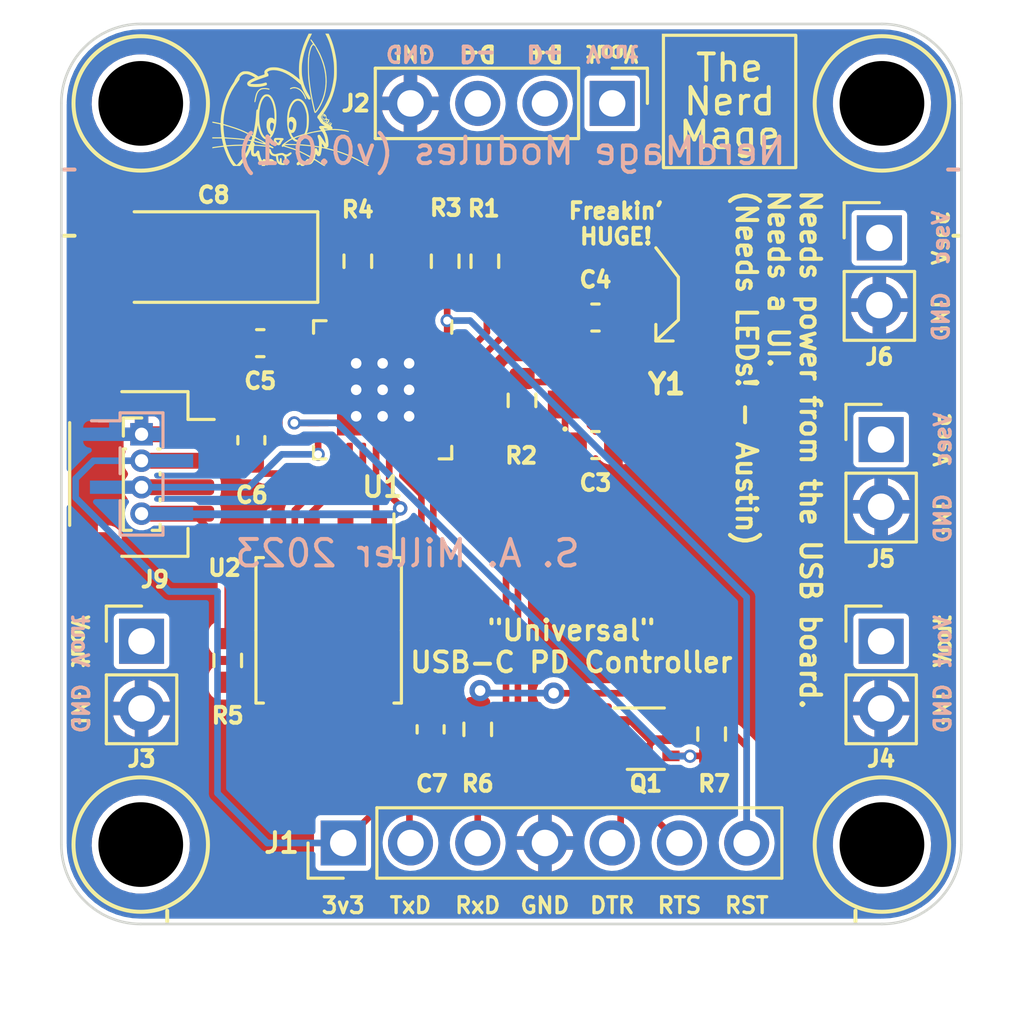
<source format=kicad_pcb>
(kicad_pcb (version 20211014) (generator pcbnew)
  (title_block (title "USB-C PD Controller") (rev "0.0.1") (company "The Nerd Mage"))
  (layers (0 "F.Cu" signal) (31 "B.Cu" signal) (34 "B.Paste" user) (35 "F.Paste" user) (36 "B.SilkS" user "B.Silkscreen") (37 "F.SilkS" user "F.Silkscreen") (38 "B.Mask" user) (39 "F.Mask" user) (44 "Edge.Cuts" user))
  (net 0 "")
  (net 1 "SCL")
  (net 2 "SDA")
  (net 3 "GND")
  (net 4 "/eXo")
  (net 5 "/eXi")
  (net 6 "+3V3")
  (net 7 "Net-(R1-Pad2)")
  (net 8 "RST")
  (net 9 "Net-(R4-Pad1)")
  (net 10 "Net-(R5-Pad2)")
  (net 11 "IO11")
  (net 12 "IO7")
  (net 13 "IO10")
  (net 14 "IO8")
  (net 15 "IO9")
  (net 16 "Net-(C1-Pad1)")
  (net 18 "ADC")
  (net 19 "IO16")
  (net 20 "IO14")
  (net 21 "IO12")
  (net 22 "IO13")
  (net 23 "IO15")
  (net 24 "IO2")
  (net 25 "IO0")
  (net 26 "IO5")
  (net 27 "IO3")
  (net 28 "IO1")
  (net 29 "/DTR")
  (net 30 "/RTS")
  (footprint "Tinker:Mount" (layer "F.Cu") (at 114 101)
    (fp_text reference "REF**" hide)
    (fp_text value "Mount" hide)
    (pad "" np_thru_hole circle (at 0 0) (size 3.2 3.2) (drill 3.2) (layers *.Mask))
  )
  (footprint "Capacitor_SMD:C_0603_1608Metric" (layer "F.Cu") (at 103.177957 81.090217)
    (fp_text reference "C4" (at 0 -1.43) (layer "F.SilkS") (effects (font (size 0.6 0.6))))
    (fp_text value "10pf")
    (pad "1" smd roundrect (at -0.775 0) (size 0.9 0.95) (layers "F.Cu" "F.Paste" "F.Mask") (net 3 "GND"))
    (pad "2" smd roundrect (at 0.775 0) (size 0.9 0.95) (layers "F.Cu" "F.Paste" "F.Mask") (net 5 "/eXi"))
  )
  (footprint "Resistor_SMD:R_0603_1608Metric" (layer "F.Cu") (at 98.73 96.647153 90)
    (fp_text reference "R6" (at -2.052847 0) (layer "F.SilkS") (effects (font (size 0.6 0.6))))
    (fp_text value "10K")
    (pad "1" smd roundrect (at -0.825 0 90) (size 0.8 0.95) (layers "F.Cu" "F.Paste" "F.Mask") (net 28 "IO1"))
    (pad "2" smd roundrect (at 0.825 0 90) (size 0.8 0.95) (layers "F.Cu" "F.Paste" "F.Mask") (net 6 "+3V3"))
  )
  (footprint "Resistor_SMD:R_0603_1608Metric" (layer "F.Cu") (at 99 78.96288 -90)
    (fp_text reference "R1" (at -1.990012 0.041657 180) (layer "F.SilkS") (effects (font (size 0.6 0.6))))
    (fp_text value "12K")
    (pad "1" smd roundrect (at -0.825 0 270) (size 0.8 0.95) (layers "F.Cu" "F.Paste" "F.Mask") (net 3 "GND"))
    (pad "2" smd roundrect (at 0.825 0 270) (size 0.8 0.95) (layers "F.Cu" "F.Paste" "F.Mask") (net 7 "Net-(R1-Pad2)"))
  )
  (footprint "Tinker:Mount" (layer "F.Cu") (at 86 101)
    (fp_text reference "REF**" hide)
    (fp_text value "Mount" hide)
    (pad "" np_thru_hole circle (at 0 0) (size 3.2 3.2) (drill 3.2) (layers *.Mask))
  )
  (footprint "Tinker:DagNabbit" (layer "F.Cu") (at 91.4 73.5)
    (fp_text reference "REF**" hide)
    (fp_text value "DagNabbit" hide)
  )
  (footprint "Package_TO_SOT_SMD:SOT-363_SC-70-6" (layer "F.Cu") (at 105.08 97)
    (fp_text reference "Q1" (at 0 1.7) (layer "F.SilkS") (effects (font (size 0.6 0.6))))
    (fp_text value "UMH3N")
    (pad "1" smd rect (at -0.95 -0.65) (size 0.65 0.4) (layers "F.Cu" "F.Paste" "F.Mask") (net 30 "/RTS"))
    (pad "2" smd rect (at -0.95 0) (size 0.65 0.4) (layers "F.Cu" "F.Paste" "F.Mask") (net 29 "/DTR"))
    (pad "3" smd rect (at -0.95 0.65) (size 0.65 0.4) (layers "F.Cu" "F.Paste" "F.Mask") (net 29 "/DTR"))
    (pad "4" smd rect (at 0.95 0.65) (size 0.65 0.4) (layers "F.Cu" "F.Paste" "F.Mask") (net 25 "IO0"))
    (pad "5" smd rect (at 0.95 0) (size 0.65 0.4) (layers "F.Cu" "F.Paste" "F.Mask") (net 30 "/RTS"))
    (pad "6" smd rect (at 0.95 -0.65) (size 0.65 0.4) (layers "F.Cu" "F.Paste" "F.Mask") (net 8 "RST"))
  )
  (footprint "Connector_PinHeader_2.54mm:PinHeader_1x07_P2.54mm_Vertical" (layer "F.Cu") (at 93.65 100.94 90)
    (fp_text reference "J1" (at 0 -2.33 180) (layer "F.SilkS") (effects (font (size 0.75 0.75))))
    (fp_text value "Conn_01x07_Male")
    (pad "1" thru_hole rect (at 0 0 90) (size 1.7 1.7) (drill 1) (layers *.Cu *.Mask) (net 6 "+3V3"))
    (pad "2" thru_hole oval (at 0 2.54 90) (size 1.7 1.7) (drill 1) (layers *.Cu *.Mask) (net 27 "IO3"))
    (pad "3" thru_hole oval (at 0 5.08 90) (size 1.7 1.7) (drill 1) (layers *.Cu *.Mask) (net 28 "IO1"))
    (pad "4" thru_hole oval (at 0 7.62 90) (size 1.7 1.7) (drill 1) (layers *.Cu *.Mask) (net 3 "GND"))
    (pad "5" thru_hole oval (at 0 10.16 90) (size 1.7 1.7) (drill 1) (layers *.Cu *.Mask) (net 29 "/DTR"))
    (pad "6" thru_hole oval (at 0 12.7 90) (size 1.7 1.7) (drill 1) (layers *.Cu *.Mask) (net 30 "/RTS"))
    (pad "7" thru_hole oval (at 0 15.24 90) (size 1.7 1.7) (drill 1) (layers *.Cu *.Mask) (net 8 "RST"))
  )
  (footprint "Tinker:CP_EIA-6032-28-Tantalumm_HandSolder" (layer "F.Cu") (at 88.752567 78.804632 180)
    (fp_text reference "C8" (at 0 2.342531) (layer "F.SilkS") (effects (font (size 0.6 0.6))))
    (fp_text value "22uf" hide)
    (pad "1" smd roundrect (at -2.55 0 180) (size 2.25 2.35) (layers "F.Cu" "F.Paste" "F.Mask") (roundrect_rratio 0.111111) (net 6 "+3V3"))
    (pad "2" smd roundrect (at 2.55 0 180) (size 2.25 2.35) (layers "F.Cu" "F.Paste" "F.Mask") (roundrect_rratio 0.111111) (net 3 "GND"))
  )
  (footprint "Capacitor_SMD:C_0603_1608Metric" (layer "F.Cu") (at 90.515841 82.057498 180)
    (fp_text reference "C5" (at 0 -1.43) (layer "F.SilkS") (effects (font (size 0.6 0.6))))
    (fp_text value "TBD (NC)")
    (pad "1" smd roundrect (at -0.775 0 180) (size 0.9 0.95) (layers "F.Cu" "F.Paste" "F.Mask") (net 6 "+3V3"))
    (pad "2" smd roundrect (at 0.775 0 180) (size 0.9 0.95) (layers "F.Cu" "F.Paste" "F.Mask") (net 3 "GND"))
  )
  (footprint "Tinker:PinHeader_1x02_P2.54mm_Vertical" (layer "F.Cu") (at 113.97 93.32)
    (fp_text reference "J4" (at 0 4.44169) (layer "F.SilkS") (effects (font (size 0.6 0.6))))
    (fp_text value "Conn_01x02_Male" hide)
    (pad "1" thru_hole rect (at 0 0) (size 1.7 1.7) (drill 1) (layers *.Cu *.Mask))
    (pad "2" thru_hole oval (at 0 2.54) (size 1.7 1.7) (drill 1) (layers *.Cu *.Mask) (net 3 "GND"))
  )
  (footprint "Package_SO:SOIC-8_5.275x5.275mm_P1.27mm" (layer "F.Cu") (at 93.099434 92.906875 -90)
    (fp_text reference "U2" (at -2.360372 3.932893) (layer "F.SilkS") (effects (font (size 0.6 0.6))))
    (fp_text value "SST25VF016B-50-4I-S2AF")
    (pad "1" smd roundrect (at -3.6 -1.905 270) (size 1.6 0.6) (layers "F.Cu" "F.Paste" "F.Mask") (net 11 "IO11"))
    (pad "2" smd roundrect (at -3.6 -0.635 270) (size 1.6 0.6) (layers "F.Cu" "F.Paste" "F.Mask") (net 12 "IO7"))
    (pad "3" smd roundrect (at -3.6 0.635 270) (size 1.6 0.6) (layers "F.Cu" "F.Paste" "F.Mask") (net 13 "IO10"))
    (pad "4" smd roundrect (at -3.6 1.905 270) (size 1.6 0.6) (layers "F.Cu" "F.Paste" "F.Mask") (net 3 "GND"))
    (pad "5" smd roundrect (at 3.6 1.905 270) (size 1.6 0.6) (layers "F.Cu" "F.Paste" "F.Mask") (net 14 "IO8"))
    (pad "6" smd roundrect (at 3.6 0.635 270) (size 1.6 0.6) (layers "F.Cu" "F.Paste" "F.Mask") (net 10 "Net-(R5-Pad2)"))
    (pad "7" smd roundrect (at 3.6 -0.635 270) (size 1.6 0.6) (layers "F.Cu" "F.Paste" "F.Mask") (net 15 "IO9"))
    (pad "8" smd roundrect (at 3.6 -1.905 270) (size 1.6 0.6) (layers "F.Cu" "F.Paste" "F.Mask") (net 6 "+3V3"))
  )
  (footprint "Tinker:Mount" (layer "F.Cu") (at 114 73)
    (fp_text reference "REF**" hide)
    (fp_text value "Mount" hide)
    (pad "" np_thru_hole circle (at 0 0) (size 3.2 3.2) (drill 3.2) (layers *.Mask))
  )
  (footprint "Package_DFN_QFN:QFN-32-1EP_5x5mm_P0.5mm_EP3.45x3.45mm" (layer "F.Cu") (at 95.137957 83.82 -90)
    (fp_text reference "U1" (at 3.671623 0.008084 180) (layer "F.SilkS") (effects (font (size 0.75 0.75))))
    (fp_text value "ESP8266EX")
    (pad "1" smd roundrect (at -2.4375 -1.75 270) (size 0.875 0.25) (layers "F.Cu" "F.Paste" "F.Mask") (net 6 "+3V3"))
    (pad "2" smd roundrect (at -2.4375 -1.25 270) (size 0.875 0.25) (layers "F.Cu" "F.Paste" "F.Mask") (net 16 "Net-(C1-Pad1)"))
    (pad "3" smd roundrect (at -2.4375 -0.75 270) (size 0.875 0.25) (layers "F.Cu" "F.Paste" "F.Mask") (net 6 "+3V3"))
    (pad "4" smd roundrect (at -2.4375 -0.25 270) (size 0.875 0.25) (layers "F.Cu" "F.Paste" "F.Mask") (net 6 "+3V3"))
    (pad "5" smd roundrect (at -2.4375 0.25 270) (size 0.875 0.25) (layers "F.Cu" "F.Paste" "F.Mask"))
    (pad "6" smd roundrect (at -2.4375 0.75 270) (size 0.875 0.25) (layers "F.Cu" "F.Paste" "F.Mask") (net 18 "ADC"))
    (pad "7" smd roundrect (at -2.4375 1.25 270) (size 0.875 0.25) (layers "F.Cu" "F.Paste" "F.Mask") (net 9 "Net-(R4-Pad1)"))
    (pad "8" smd roundrect (at -2.4375 1.75 270) (size 0.875 0.25) (layers "F.Cu" "F.Paste" "F.Mask") (net 19 "IO16"))
    (pad "9" smd roundrect (at -1.75 2.4375 270) (size 0.25 0.875) (layers "F.Cu" "F.Paste" "F.Mask") (net 20 "IO14"))
    (pad "10" smd roundrect (at -1.25 2.4375 270) (size 0.25 0.875) (layers "F.Cu" "F.Paste" "F.Mask") (net 21 "IO12"))
    (pad "11" smd roundrect (at -0.75 2.4375 270) (size 0.25 0.875) (layers "F.Cu" "F.Paste" "F.Mask") (net 6 "+3V3"))
    (pad "12" smd roundrect (at -0.25 2.4375 270) (size 0.25 0.875) (layers "F.Cu" "F.Paste" "F.Mask") (net 22 "IO13"))
    (pad "13" smd roundrect (at 0.25 2.4375 270) (size 0.25 0.875) (layers "F.Cu" "F.Paste" "F.Mask") (net 23 "IO15"))
    (pad "14" smd roundrect (at 0.75 2.4375 270) (size 0.25 0.875) (layers "F.Cu" "F.Paste" "F.Mask") (net 24 "IO2"))
    (pad "15" smd roundrect (at 1.25 2.4375 270) (size 0.25 0.875) (layers "F.Cu" "F.Paste" "F.Mask") (net 25 "IO0"))
    (pad "16" smd roundrect (at 1.75 2.4375 270) (size 0.25 0.875) (layers "F.Cu" "F.Paste" "F.Mask") (net 2 "SDA"))
    (pad "17" smd roundrect (at 2.4375 1.75 270) (size 0.875 0.25) (layers "F.Cu" "F.Paste" "F.Mask") (net 6 "+3V3"))
    (pad "18" smd roundrect (at 2.4375 1.25 270) (size 0.875 0.25) (layers "F.Cu" "F.Paste" "F.Mask") (net 15 "IO9"))
    (pad "19" smd roundrect (at 2.4375 0.75 270) (size 0.875 0.25) (layers "F.Cu" "F.Paste" "F.Mask") (net 13 "IO10"))
    (pad "20" smd roundrect (at 2.4375 0.25 270) (size 0.875 0.25) (layers "F.Cu" "F.Paste" "F.Mask") (net 11 "IO11"))
    (pad "21" smd roundrect (at 2.4375 -0.25 270) (size 0.875 0.25) (layers "F.Cu" "F.Paste" "F.Mask") (net 1 "SCL"))
    (pad "22" smd roundrect (at 2.4375 -0.75 270) (size 0.875 0.25) (layers "F.Cu" "F.Paste" "F.Mask") (net 12 "IO7"))
    (pad "23" smd roundrect (at 2.4375 -1.25 270) (size 0.875 0.25) (layers "F.Cu" "F.Paste" "F.Mask") (net 14 "IO8"))
    (pad "24" smd roundrect (at 2.4375 -1.75 270) (size 0.875 0.25) (layers "F.Cu" "F.Paste" "F.Mask") (net 26 "IO5"))
    (pad "25" smd roundrect (at 1.75 -2.4375 270) (size 0.25 0.875) (layers "F.Cu" "F.Paste" "F.Mask") (net 27 "IO3"))
    (pad "26" smd roundrect (at 1.25 -2.4375 270) (size 0.25 0.875) (layers "F.Cu" "F.Paste" "F.Mask") (net 28 "IO1"))
    (pad "27" smd roundrect (at 0.75 -2.4375 270) (size 0.25 0.875) (layers "F.Cu" "F.Paste" "F.Mask") (net 4 "/eXo"))
    (pad "28" smd roundrect (at 0.25 -2.4375 270) (size 0.25 0.875) (layers "F.Cu" "F.Paste" "F.Mask") (net 5 "/eXi"))
    (pad "29" smd roundrect (at -0.25 -2.4375 270) (size 0.25 0.875) (layers "F.Cu" "F.Paste" "F.Mask") (net 6 "+3V3"))
    (pad "30" smd roundrect (at -0.75 -2.4375 270) (size 0.25 0.875) (layers "F.Cu" "F.Paste" "F.Mask") (net 6 "+3V3"))
    (pad "31" smd roundrect (at -1.25 -2.4375 270) (size 0.25 0.875) (layers "F.Cu" "F.Paste" "F.Mask") (net 7 "Net-(R1-Pad2)"))
    (pad "32" smd roundrect (at -1.75 -2.4375 270) (size 0.25 0.875) (layers "F.Cu" "F.Paste" "F.Mask") (net 8 "RST"))
    (pad "33" smd rect (at 0 0 270) (size 3.45 3.45) (layers "F.Cu" "F.Mask") (net 3 "GND"))
  )
  (footprint "Tinker:NerdMage" (layer "F.Cu") (at 108.245525 72.927201)
    (fp_text reference "REF**" hide)
    (fp_text value "NerdMage" hide)
    (fp_text user "Nerd" (at 0 0 unlocked) (layer "F.SilkS"))
    (fp_text user "Mage" (at 0 1.27 unlocked) (layer "F.SilkS"))
    (fp_text user "The" (at 0 -1.27 unlocked) (layer "F.SilkS"))
  )
  (footprint "Resistor_SMD:R_0603_1608Metric" (layer "F.Cu") (at 97.5 78.96288 90)
    (fp_text reference "R3" (at 2.014915 0.027469 180) (layer "F.SilkS") (effects (font (size 0.6 0.6))))
    (fp_text value "10K")
    (pad "1" smd roundrect (at -0.825 0 90) (size 0.8 0.95) (layers "F.Cu" "F.Paste" "F.Mask") (net 8 "RST"))
    (pad "2" smd roundrect (at 0.825 0 90) (size 0.8 0.95) (layers "F.Cu" "F.Paste" "F.Mask") (net 6 "+3V3"))
  )
  (footprint "Tinker:PinHeader_1x02_P2.54mm_Vertical" (layer "F.Cu") (at 86.03 93.32)
    (fp_text reference "J3" (at 0 4.44169) (layer "F.SilkS") (effects (font (size 0.6 0.6))))
    (fp_text value "Conn_01x02_Male" hide)
    (pad "1" thru_hole rect (at 0 0) (size 1.7 1.7) (drill 1) (layers *.Cu *.Mask))
    (pad "2" thru_hole oval (at 0 2.54) (size 1.7 1.7) (drill 1) (layers *.Cu *.Mask) (net 3 "GND"))
  )
  (footprint "Resistor_SMD:R_0603_1608Metric" (layer "F.Cu") (at 107.566988 96.825 90)
    (fp_text reference "R7" (at -1.875 0.093256 180) (layer "F.SilkS") (effects (font (size 0.6 0.6))))
    (fp_text value "10K")
    (pad "1" smd roundrect (at -0.825 0 90) (size 0.8 0.95) (layers "F.Cu" "F.Paste" "F.Mask") (net 25 "IO0"))
    (pad "2" smd roundrect (at 0.825 0 90) (size 0.8 0.95) (layers "F.Cu" "F.Paste" "F.Mask") (net 6 "+3V3"))
  )
  (footprint "Resistor_SMD:R_0603_1608Metric" (layer "F.Cu") (at 94.2 78.96288 90)
    (fp_text reference "R4" (at 1.949652 -0.004566) (layer "F.SilkS") (effects (font (size 0.6 0.6))))
    (fp_text value "10K")
    (pad "1" smd roundrect (at -0.825 0 90) (size 0.8 0.95) (layers "F.Cu" "F.Paste" "F.Mask") (net 9 "Net-(R4-Pad1)"))
    (pad "2" smd roundrect (at 0.825 0 90) (size 0.8 0.95) (layers "F.Cu" "F.Paste" "F.Mask") (net 6 "+3V3"))
  )
  (footprint "Tinker:QWIIC_Stackable" (layer "F.Cu") (at 86.03 87 -90)
    (fp_text reference "J9" (at 3.986772 -0.505 180) (layer "F.SilkS") (effects (font (size 0.6 0.6))))
    (fp_text value "QWIIC_Stackable" hide)
    (pad "1" thru_hole rect (at -1.5 0) (size 0.85 0.85) (drill 0.5) (layers *.Cu *.Mask) (net 3 "GND"))
    (pad "1" smd roundrect (at -1.5 -1.47 270) (size 0.6 2.55) (layers "F.Cu" "F.Paste" "F.Mask") (net 3 "GND"))
    (pad "1" smd rect (at -1.5 0.975) (size 1.95 0.5) (layers "B.Cu" "B.Paste" "B.Mask") (net 3 "GND"))
    (pad "2" thru_hole oval (at -0.5 0) (size 0.85 0.85) (drill 0.5) (layers *.Cu *.Mask) (net 6 "+3V3"))
    (pad "2" smd roundrect (at -0.5 -1.47 270) (size 0.6 2.55) (layers "F.Cu" "F.Paste" "F.Mask") (net 6 "+3V3"))
    (pad "2" smd rect (at -0.5 -0.975) (size 1.95 0.5) (layers "B.Cu" "B.Paste" "B.Mask") (net 6 "+3V3"))
    (pad "3" smd rect (at 0.5 0.975) (size 1.95 0.5) (layers "B.Cu" "B.Paste" "B.Mask") (net 2 "SDA"))
    (pad "3" thru_hole oval (at 0.5 0) (size 0.85 0.85) (drill 0.5) (layers *.Cu *.Mask) (net 2 "SDA"))
    (pad "3" smd roundrect (at 0.5 -1.47 270) (size 0.6 2.55) (layers "F.Cu" "F.Paste" "F.Mask") (net 2 "SDA"))
    (pad "4" thru_hole oval (at 1.5 0) (size 0.85 0.85) (drill 0.5) (layers *.Cu *.Mask) (net 1 "SCL"))
    (pad "4" smd roundrect (at 1.5 -1.47 270) (size 0.6 2.55) (layers "F.Cu" "F.Paste" "F.Mask") (net 1 "SCL"))
    (pad "4" smd rect (at 1.5 -0.975) (size 1.95 0.5) (layers "B.Cu" "B.Paste" "B.Mask") (net 1 "SCL"))
    (pad "MP" smd roundrect (at -2.8 1.905 270) (size 1.2 1.8) (layers "F.Cu" "F.Paste" "F.Mask") (roundrect_rratio 0.208333) (net 3 "GND"))
    (pad "MP" smd roundrect (at 2.8 1.905 270) (size 1.2 1.8) (layers "F.Cu" "F.Paste" "F.Mask") (roundrect_rratio 0.208333) (net 3 "GND"))
  )
  (footprint "Capacitor_SMD:C_0603_1608Metric" (layer "F.Cu") (at 90.178452 85.725 90)
    (fp_text reference "C6" (at -2.071343 0.018488) (layer "F.SilkS") (effects (font (size 0.6 0.6))))
    (fp_text value "1uf")
    (pad "1" smd roundrect (at -0.775 0 90) (size 0.9 0.95) (layers "F.Cu" "F.Paste" "F.Mask") (net 6 "+3V3"))
    (pad "2" smd roundrect (at 0.775 0 90) (size 0.9 0.95) (layers "F.Cu" "F.Paste" "F.Mask") (net 3 "GND"))
  )
  (footprint "Tinker:PinHeader_1x02_P2.54mm_Vertical" (layer "F.Cu") (at 113.902854 78.08)
    (fp_text reference "J6" (at 0 4.495315) (layer "F.SilkS") (effects (font (size 0.6 0.6))))
    (fp_text value "Conn_01x02_Male" hide)
    (pad "1" thru_hole rect (at 0 0) (size 1.7 1.7) (drill 1) (layers *.Cu *.Mask))
    (pad "2" thru_hole oval (at 0 2.54) (size 1.7 1.7) (drill 1) (layers *.Cu *.Mask) (net 3 "GND"))
  )
  (footprint "Tinker:PinHeader_1x02_P2.54mm_Vertical" (layer "F.Cu") (at 113.97 85.7)
    (fp_text reference "J5" (at 0 4.504702) (layer "F.SilkS") (effects (font (size 0.6 0.6))))
    (fp_text value "Conn_01x02_Male" hide)
    (pad "1" thru_hole rect (at 0 0) (size 1.7 1.7) (drill 1) (layers *.Cu *.Mask))
    (pad "2" thru_hole oval (at 0 2.54) (size 1.7 1.7) (drill 1) (layers *.Cu *.Mask) (net 3 "GND"))
  )
  (footprint "Tinker:Mount" (layer "F.Cu") (at 86 73)
    (fp_text reference "REF**" hide)
    (fp_text value "Mount" hide)
    (pad "" np_thru_hole circle (at 0 0) (size 3.2 3.2) (drill 3.2) (layers *.Mask))
  )
  (footprint "Tinker:ABM825000MHz10B1UT" (layer "F.Cu") (at 103.177957 83.500103)
    (fp_text reference "Y1" (at 2.687129 0.106632) (layer "F.SilkS") (effects (font (size 0.75 0.75) (thickness 0.1875))))
    (fp_text value "26.000MHz" hide)
    (pad "1" smd rect (at -1.15 0.875 90) (size 1.05 1.3) (layers "F.Cu" "F.Paste" "F.Mask") (net 4 "/eXo"))
    (pad "2" smd rect (at 1.15 0.875 90) (size 1.05 1.3) (layers "F.Cu" "F.Paste" "F.Mask") (net 3 "GND"))
    (pad "3" smd rect (at 1.15 -0.875 90) (size 1.05 1.3) (layers "F.Cu" "F.Paste" "F.Mask") (net 5 "/eXi"))
    (pad "4" smd rect (at -1.15 -0.875 90) (size 1.05 1.3) (layers "F.Cu" "F.Paste" "F.Mask") (net 3 "GND"))
  )
  (footprint "Resistor_SMD:R_0603_1608Metric" (layer "F.Cu") (at 100.403336 84.21923 90)
    (fp_text reference "R2" (at -2.088284 -0.03071 180) (layer "F.SilkS") (effects (font (size 0.6 0.6))))
    (fp_text value "1M")
    (pad "1" smd roundrect (at -0.825 0 90) (size 0.8 0.95) (layers "F.Cu" "F.Paste" "F.Mask") (net 4 "/eXo"))
    (pad "2" smd roundrect (at 0.825 0 90) (size 0.8 0.95) (layers "F.Cu" "F.Paste" "F.Mask") (net 5 "/eXi"))
  )
  (footprint "Capacitor_SMD:C_0603_1608Metric" (layer "F.Cu") (at 103.177957 85.906922 180)
    (fp_text reference "C3" (at 0 -1.43) (layer "F.SilkS") (effects (font (size 0.6 0.6))))
    (fp_text value "10pf")
    (pad "1" smd roundrect (at -0.775 0 180) (size 0.9 0.95) (layers "F.Cu" "F.Paste" "F.Mask") (net 3 "GND"))
    (pad "2" smd roundrect (at 0.775 0 180) (size 0.9 0.95) (layers "F.Cu" "F.Paste" "F.Mask") (net 4 "/eXo"))
  )
  (footprint "Tinker:PinHeader_1x04_P2.54mm_Vertical" (layer "F.Cu") (at 103.81 73 -90)
    (fp_text reference "J2" (at 0 9.68773) (layer "F.SilkS") (effects (font (size 0.6 0.6))))
    (fp_text value "Conn_01x04_Male" hide)
    (pad "1" thru_hole rect (at 0 0 270) (size 1.7 1.7) (drill 1) (layers *.Cu *.Mask))
    (pad "2" thru_hole oval (at 0 2.54 270) (size 1.7 1.7) (drill 1) (layers *.Cu *.Mask))
    (pad "3" thru_hole oval (at 0 5.08 270) (size 1.7 1.7) (drill 1) (layers *.Cu *.Mask))
    (pad "4" thru_hole oval (at 0 7.62 270) (size 1.7 1.7) (drill 1) (layers *.Cu *.Mask) (net 3 "GND"))
  )
  (footprint "Capacitor_SMD:C_0603_1608Metric" (layer "F.Cu") (at 96.950492 96.647153 -90)
    (fp_text reference "C7" (at 2.052847 -0.047306) (layer "F.SilkS") (effects (font (size 0.6 0.6))))
    (fp_text value "100nf")
    (pad "1" smd roundrect (at -0.775 0 270) (size 0.9 0.95) (layers "F.Cu" "F.Paste" "F.Mask") (net 6 "+3V3"))
    (pad "2" smd roundrect (at 0.775 0 270) (size 0.9 0.95) (layers "F.Cu" "F.Paste" "F.Mask") (net 3 "GND"))
  )
  (footprint "Resistor_SMD:R_0603_1608Metric" (layer "F.Cu") (at 89.284806 94.044296 -90)
    (fp_text reference "R5" (at 2.084324 0) (layer "F.SilkS") (effects (font (size 0.6 0.6))))
    (fp_text value "200R")
    (pad "1" smd roundrect (at -0.825 0 270) (size 0.8 0.95) (layers "F.Cu" "F.Paste" "F.Mask") (net 1 "SCL"))
    (pad "2" smd roundrect (at 0.825 0 270) (size 0.8 0.95) (layers "F.Cu" "F.Paste" "F.Mask") (net 10 "Net-(R5-Pad2)"))
  )
  (gr_line (start 83.1 75.5) (end 83.5 75.5) (layer "B.SilkS") (width 0.15))
  (gr_line (start 116.5 75.5) (end 116.9 75.5) (layer "B.SilkS") (width 0.15))
  (gr_line (start 113 103.9) (end 113 103.5) (layer "F.SilkS") (width 0.15))
  (gr_line (start 106.311012 81.18032) (end 106.311012 79.562453) (layer "F.SilkS") (width 0.12))
  (gr_line (start 105.459503 81.975063) (end 105.459503 81.350622) (layer "F.SilkS") (width 0.12))
  (gr_line (start 105.459503 81.975063) (end 106.311012 81.18032) (layer "F.SilkS") (width 0.12))
  (gr_line (start 83.1 78) (end 83.5 78) (layer "F.SilkS") (width 0.15))
  (gr_line (start 116.7 78) (end 116.9 78) (layer "F.SilkS") (width 0.15))
  (gr_line (start 106.311012 79.562453) (end 105.459503 78.455491) (layer "F.SilkS") (width 0.12))
  (gr_line (start 87 103.9) (end 87 103.5) (layer "F.SilkS") (width 0.15))
  (gr_line (start 105.459503 81.975063) (end 106.112327 81.975063) (layer "F.SilkS") (width 0.12))
  (gr_line (start 117 73) (end 117 101) (layer "Edge.Cuts") (width 0.1))
  (gr_arc (start 86 104) (mid 83.87868 103.12132) (end 83 101) (layer "Edge.Cuts") (width 0.1))
  (gr_arc (start 83 73) (mid 83.87868 70.87868) (end 86 70) (layer "Edge.Cuts") (width 0.1))
  (gr_line (start 86 70) (end 114 70) (layer "Edge.Cuts") (width 0.1))
  (gr_line (start 83 101) (end 83 73) (layer "Edge.Cuts") (width 0.1))
  (gr_arc (start 114 70) (mid 116.12132 70.87868) (end 117 73) (layer "Edge.Cuts") (width 0.1))
  (gr_line (start 86 104) (end 114 104) (layer "Edge.Cuts") (width 0.1))
  (gr_arc (start 117 101) (mid 116.12132 103.12132) (end 114 104) (layer "Edge.Cuts") (width 0.1))
  (gr_text "NerdMage Modules (v0.0.1)" (at 100 74.8) (layer "B.SilkS") (effects (font (size 1 1)) (justify mirror)))
  (gr_text "D+" (at 101.27 71.12 180) (layer "B.SilkS") (effects (font (size 0.6 0.6)) (justify mirror)))
  (gr_text "GND" (at 116.3 88.68 90) (layer "B.SilkS") (effects (font (size 0.6 0.6) (thickness 0.125)) (justify mirror)))
  (gr_text "GND" (at 83.7 95.86 270) (layer "B.SilkS") (effects (font (size 0.6 0.6) (thickness 0.125)) (justify mirror)))
  (gr_text "Vout" (at 116.3 93.32 90) (layer "B.SilkS") (effects (font (size 0.6 0.6) (thickness 0.125)) (justify mirror)))
  (gr_text "GND" (at 116.232854 81.06 90) (layer "B.SilkS") (effects (font (size 0.6 0.6) (thickness 0.125)) (justify mirror)))
  (gr_text "D-" (at 98.73 71.12 180) (layer "B.SilkS") (effects (font (size 0.6 0.6)) (justify mirror)))
  (gr_text "Vout" (at 103.81 71.12 180) (layer "B.SilkS") (effects (font (size 0.6 0.6) (thickness 0.125)) (justify mirror)))
  (gr_text "Vsec" (at 116.3 85.7 90) (layer "B.SilkS") (effects (font (size 0.6 0.6) (thickness 0.125)) (justify mirror)))
  (gr_text "Vsec" (at 116.232854 78.08 90) (layer "B.SilkS") (effects (font (size 0.6 0.6) (thickness 0.125)) (justify mirror)))
  (gr_text "GND" (at 116.3 95.86 90) (layer "B.SilkS") (effects (font (size 0.6 0.6) (thickness 0.125)) (justify mirror)))
  (gr_text "S. A. Miller 2023" (at 96.077957 90) (layer "B.SilkS") (effects (font (size 1 1)) (justify mirror)))
  (gr_text "Vout" (at 83.7 93.32 270) (layer "B.SilkS") (effects (font (size 0.6 0.6) (thickness 0.125)) (justify mirror)))
  (gr_text "GND" (at 96.19 71.12 180) (layer "B.SilkS") (effects (font (size 0.6 0.6) (thickness 0.125)) (justify mirror)))
  (gr_text "Vout" (at 116.3 93.32 90) (layer "F.SilkS") (effects (font (size 0.6 0.6) (thickness 0.125))))
  (gr_text "RxD" (at 98.73 103.3) (layer "F.SilkS") (effects (font (size 0.6 0.6) (thickness 0.125))))
  (gr_text "Needs power from the USB board.\nNeeds a UI.\n(Needs LEDs! - Austin)" (at 110.090137 76.2 -90) (layer "F.SilkS") (effects (font (size 0.75 0.75)) (justify left)))
  (gr_text "GND" (at 116.232854 81.06 90) (layer "F.SilkS") (effects (font (size 0.6 0.6) (thickness 0.125))))
  (gr_text "D-" (at 98.73 71.12 180) (layer "F.SilkS") (effects (font (size 0.6 0.6))))
  (gr_text "GND" (at 101.27 103.3) (layer "F.SilkS") (effects (font (size 0.6 0.6) (thickness 0.125))))
  (gr_text "3v3" (at 93.65 103.3) (layer "F.SilkS") (effects (font (size 0.6 0.6) (thickness 0.125))))
  (gr_text "D+" (at 101.27 71.12 180) (layer "F.SilkS") (effects (font (size 0.6 0.6))))
  (gr_text "TxD" (at 96.19 103.3) (layer "F.SilkS") (effects (font (size 0.6 0.6) (thickness 0.125))))
  (gr_text "GND" (at 116.3 88.68 90) (layer "F.SilkS") (effects (font (size 0.6 0.6) (thickness 0.125))))
  (gr_text "GND" (at 96.19 71.12 180) (layer "F.SilkS") (effects (font (size 0.6 0.6) (thickness 0.125))))
  (gr_text "GND" (at 116.3 95.86 90) (layer "F.SilkS") (effects (font (size 0.6 0.6) (thickness 0.125))))
  (gr_text "RST" (at 108.89 103.3) (layer "F.SilkS") (effects (font (size 0.6 0.6) (thickness 0.125))))
  (gr_text "RTS" (at 106.35 103.3) (layer "F.SilkS") (effects (font (size 0.6 0.6) (thickness 0.125))))
  (gr_text "DTR" (at 103.81 103.3) (layer "F.SilkS") (effects (font (size 0.6 0.6) (thickness 0.125))))
  (gr_text "GND" (at 83.7 95.86 270) (layer "F.SilkS") (effects (font (size 0.6 0.6) (thickness 0.125))))
  (gr_text "{dblquote}Universal{dblquote}\nUSB-C PD Controller" (at 102.267351 93.511333) (layer "F.SilkS") (effects (font (size 0.75 0.75))))
  (gr_text "Vout" (at 103.81 71.12 180) (layer "F.SilkS") (effects (font (size 0.6 0.6) (thickness 0.125))))
  (gr_text "Vsec" (at 116.3 85.7 90) (layer "F.SilkS") (effects (font (size 0.6 0.6) (thickness 0.125))))
  (gr_text "Vout" (at 83.7 93.32 270) (layer "F.SilkS") (effects (font (size 0.6 0.6) (thickness 0.125))))
  (gr_text "Vsec" (at 116.232854 78.08 90) (layer "F.SilkS") (effects (font (size 0.6 0.6) (thickness 0.125))))
  (gr_text "Freakin'\nHUGE!" (at 103.95517 77.547214) (layer "F.SilkS") (effects (font (size 0.6 0.6))))
  (segment (start 95.387957 86.2575) (end 95.387957 87.789145) (width 0.25) (layer "F.Cu") (net 1))
  (segment (start 95.387957 87.789145) (end 95.877054 88.278242) (width 0.25) (layer "F.Cu") (net 1))
  (segment (start 88 88.5) (end 86.03 88.5) (width 0.25) (layer "F.Cu") (net 1))
  (segment (start 89.284806 89.784806) (end 89.284806 93.219296) (width 0.25) (layer "F.Cu") (net 1))
  (segment (start 88 88.5) (end 89.284806 89.784806) (width 0.25) (layer "F.Cu") (net 1))
  (via (at 95.8 88.3) (size 0.55) (drill 0.3) (layers "F.Cu" "B.Cu") (net 1))
  (segment (start 95.6 88.5) (end 95.8 88.3) (width 0.25) (layer "B.Cu") (net 1))
  (segment (start 87.125071 88.545204) (end 87.079867 88.5) (width 0.25) (layer "B.Cu") (net 1))
  (segment (start 87.125071 88.545204) (end 95.610092 88.545204) (width 0.25) (layer "B.Cu") (net 1))
  (segment (start 95.610092 88.545204) (end 95.877054 88.278242) (width 0.25) (layer "B.Cu") (net 1))
  (segment (start 87.079867 88.5) (end 86.03 88.5) (width 0.25) (layer "B.Cu") (net 1))
  (segment (start 86.03 88.5) (end 95.6 88.5) (width 0.25) (layer "B.Cu") (net 1))
  (segment (start 92.700457 85.57) (end 92.700457 86.2575) (width 0.25) (layer "F.Cu") (net 2))
  (via (at 92.700457 86.2575) (size 0.5) (drill 0.3) (layers "F.Cu" "B.Cu") (net 2))
  (segment (start 86.03 87.5) (end 90.086465 87.5) (width 0.25) (layer "B.Cu") (net 2))
  (segment (start 90.086465 87.5) (end 91.328965 86.2575) (width 0.25) (layer "B.Cu") (net 2))
  (segment (start 91.328965 86.2575) (end 92.700457 86.2575) (width 0.25) (layer "B.Cu") (net 2))
  (segment (start 102.027957 81.465217) (end 102.402957 81.090217) (width 0.25) (layer "F.Cu") (net 3))
  (segment (start 104.327957 85.531922) (end 103.952957 85.906922) (width 0.25) (layer "F.Cu") (net 3))
  (segment (start 104.327957 84.375103) (end 104.327957 85.531922) (width 0.25) (layer "F.Cu") (net 3))
  (segment (start 102.027957 82.625103) (end 102.027957 81.465217) (width 0.25) (layer "F.Cu") (net 3))
  (via (at 94.137957 83.82) (size 0.6) (drill 0.4) (layers "F.Cu" "B.Cu") (net 3))
  (via (at 94.137957 82.82) (size 0.6) (drill 0.4) (layers "F.Cu" "B.Cu") (net 3))
  (via (at 96.137957 82.82) (size 0.6) (drill 0.4) (layers "F.Cu" "B.Cu") (net 3))
  (via (at 96.137957 83.82) (size 0.6) (drill 0.4) (layers "F.Cu" "B.Cu") (net 3))
  (via (at 95.137957 82.82) (size 0.6) (drill 0.4) (layers "F.Cu" "B.Cu") (net 3))
  (via (at 94.137957 84.82) (size 0.6) (drill 0.4) (layers "F.Cu" "B.Cu") (net 3))
  (via (at 95.137957 83.82) (size 0.6) (drill 0.4) (layers "F.Cu" "B.Cu") (net 3))
  (via (at 96.137957 84.82) (size 0.6) (drill 0.4) (layers "F.Cu" "B.Cu") (net 3))
  (via (at 95.137957 84.82) (size 0.6) (drill 0.4) (layers "F.Cu" "B.Cu") (net 3))
  (segment (start 102.027957 84.375103) (end 102.027957 85.531922) (width 0.25) (layer "F.Cu") (net 4))
  (segment (start 97.575457 84.57) (end 97.580313 84.565144) (width 0.25) (layer "F.Cu") (net 4))
  (segment (start 101.367454 85.035606) (end 100.41196 85.035606) (width 0.25) (layer "F.Cu") (net 4))
  (segment (start 100.41196 85.035606) (end 100.403336 85.04423) (width 0.25) (layer "F.Cu") (net 4))
  (segment (start 97.580313 84.565144) (end 99.92425 84.565144) (width 0.25) (layer "F.Cu") (net 4))
  (segment (start 99.92425 84.565144) (end 100.403336 85.04423) (width 0.25) (layer "F.Cu") (net 4))
  (segment (start 102.027957 85.531922) (end 102.402957 85.906922) (width 0.25) (layer "F.Cu") (net 4))
  (segment (start 102.027957 84.375103) (end 101.367454 85.035606) (width 0.25) (layer "F.Cu") (net 4))
  (segment (start 104.327957 81.465217) (end 103.952957 81.090217) (width 0.25) (layer "F.Cu") (net 5))
  (segment (start 100.403336 83.39423) (end 100.534209 83.525103) (width 0.25) (layer "F.Cu") (net 5))
  (segment (start 100.534209 83.525103) (end 103.427957 83.525103) (width 0.25) (layer "F.Cu") (net 5))
  (segment (start 100.466556 83.45745) (end 100.403336 83.39423) (width 0.25) (layer "F.Cu") (net 5))
  (segment (start 104.327957 82.625103) (end 104.327957 81.465217) (width 0.25) (layer "F.Cu") (net 5))
  (segment (start 103.427957 83.525103) (end 104.327957 82.625103) (width 0.25) (layer "F.Cu") (net 5))
  (segment (start 97.575457 84.07) (end 99.727566 84.07) (width 0.25) (layer "F.Cu") (net 5))
  (segment (start 99.727566 84.07) (end 100.403336 83.39423) (width 0.25) (layer "F.Cu") (net 5))
  (segment (start 98.364475 79.002355) (end 99.537478 79.002355) (width 0.25) (layer "F.Cu") (net 6))
  (segment (start 98.398922 83.07) (end 97.575457 83.07) (width 0.25) (layer "F.Cu") (net 6))
  (segment (start 95.387957 81.3825) (end 95.887957 81.3825) (width 0.25) (layer "F.Cu") (net 6))
  (segment (start 91.302567 78.804632) (end 91.340819 78.804632) (width 0.25) (layer "F.Cu") (net 6))
  (segment (start 92.700457 83.07) (end 91.860679 83.07) (width 0.25) (layer "F.Cu") (net 6))
  (segment (start 93.030139 86.984786) (end 90.663238 86.984786) (width 0.25) (layer "F.Cu") (net 6))
  (segment (start 95.387957 79.493469) (end 95.387957 79.325837) (width 0.25) (layer "F.Cu") (net 6))
  (segment (start 88 86.5) (end 86.03 86.5) (width 0.25) (layer "F.Cu") (net 6))
  (segment (start 94.195117 78.132997) (end 94.2 78.13788) (width 0.25) (layer "F.Cu") (net 6))
  (segment (start 99.92611 79.390987) (end 99.92611 81.542812) (width 0.25) (layer "F.Cu") (net 6))
  (segment (start 96.887957 80.825837) (end 94.2 78.13788) (width 0.25) (layer "F.Cu") (net 6))
  (segment (start 93.387957 86.626968) (end 93.030139 86.984786) (width 0.25) (layer "F.Cu") (net 6))
  (segment (start 90.178452 86.5) (end 91.236904 85.441548) (width 0.25) (layer "F.Cu") (net 6))
  (segment (start 101.6 95.278133) (end 101.60543 95.283563) (width 0.25) (layer "F.Cu") (net 6))
  (segment (start 96.950492 95.822153) (end 98.73 95.822153) (width 0.25) (layer "F.Cu") (net 6))
  (segment (start 99.92611 81.542812) (end 98.398922 83.07) (width 0.25) (layer "F.Cu") (net 6))
  (segment (start 106.850551 95.283563) (end 107.566988 96) (width 0.25) (layer "F.Cu") (net 6))
  (segment (start 95.004434 96.506875) (end 95.004434 99.585566) (width 0.25) (layer "F.Cu") (net 6))
  (segment (start 91.290841 78.816358) (end 91.302567 78.804632) (width 0.25) (layer "F.Cu") (net 6))
  (segment (start 97.5 78.13788) (end 98.364475 79.002355) (width 0.25) (layer "F.Cu") (net 6))
  (segment (start 91.290841 82.057498) (end 91.290841 78.816358) (width 0.25) (layer "F.Cu") (net 6))
  (segment (start 95.387957 79.493469) (end 95.436196 79.44523) (width 0.25) (layer "F.Cu") (net 6))
  (segment (start 91.236904 85.441548) (end 91.236904 82.111435) (width 0.25) (layer "F.Cu") (net 6))
  (segment (start 95.387957 81.3825) (end 95.387957 79.493469) (width 0.25) (layer "F.Cu") (net 6))
  (segment (start 96.887957 81.3825) (end 96.887957 80.825837) (width 0.25) (layer "F.Cu") (net 6))
  (segment (start 94.2 78.13788) (end 97.5 78.13788) (width 0.25) (layer "F.Cu") (net 6))
  (segment (start 95.387957 79.325837) (end 94.2 78.13788) (width 0.25) (layer "F.Cu") (net 6))
  (segment (start 96.887957 80.896992) (end 95.436196 79.44523) (width 0.25) (layer "F.Cu") (net 6))
  (segment (start 96.950492 95.822153) (end 95.689156 95.822153) (width 0.25) (layer "F.Cu") (net 6))
  (segment (start 97.575457 83.57) (end 97.575457 83.07) (width 0.25) (layer "F.Cu") (net 6))
  (segment (start 91.290841 82.500162) (end 91.290841 82.057498) (width 0.25) (layer "F.Cu") (net 6))
  (segment (start 91.340819 78.804632) (end 92.012454 78.132997) (width 0.25) (layer "F.Cu") (net 6))
  (segment (start 101.60543 95.283563) (end 106.850551 95.283563) (width 0.25) (layer "F.Cu") (net 6))
  (segment (start 93.387957 86.2575) (end 93.387957 86.626968) (width 0.25) (layer "F.Cu") (net 6))
  (segment (start 95.004434 99.585566) (end 93.65 100.94) (width 0.25) (layer "F.Cu") (net 6))
  (segment (start 95.689156 95.822153) (end 95.004434 96.506875) (width 0.25) (layer "F.Cu") (net 6))
  (segment (start 88 86.5) (end 90.178452 86.5) (width 0.25) (layer "F.Cu") (net 6))
  (segment (start 92.012454 78.132997) (end 94.195117 78.132997) (width 0.25) (layer "F.Cu") (net 6))
  (segment (start 96.887957 81.3825) (end 96.887957 80.896992) (width 0.25) (layer "F.Cu") (net 6))
  (segment (start 91.860679 83.07) (end 91.290841 82.500162) (width 0.25) (layer "F.Cu") (net 6))
  (segment (start 99.537478 79.002355) (end 99.92611 79.390987) (width 0.25) (layer "F.Cu") (net 6))
  (segment (start 90.663238 86.984786) (end 90.178452 86.5) (width 0.25) (layer "F.Cu") (net 6))
  (via (at 101.6 95.278133) (size 0.8) (drill 0.4) (layers "F.Cu" "B.Cu") (net 6))
  (via (at 98.819081 95.18352) (size 0.8) (drill 0.4) (layers "F.Cu" "B.Cu") (net 6))
  (segment (start 98.913694 95.278133) (end 101.6 95.278133) (width 0.25) (layer "B.Cu") (net 6))
  (segment (start 86.03 86.5) (end 84.214838 86.5) (width 0.25) (layer "B.Cu") (net 6))
  (segment (start 88.9 99.06) (end 90.78 100.94) (width 0.25) (layer "B.Cu") (net 6))
  (segment (start 98.819081 95.18352) (end 98.913694 95.278133) (width 0.25) (layer "B.Cu") (net 6))
  (segment (start 83.539739 87.898541) (end 87.081198 91.44) (width 0.25) (layer "B.Cu") (net 6))
  (segment (start 88.9 91.44) (end 88.9 99.06) (width 0.25) (layer "B.Cu") (net 6))
  (segment (start 90.78 100.94) (end 93.65 100.94) (width 0.25) (layer "B.Cu") (net 6))
  (segment (start 84.214838 86.5) (end 83.539739 87.175099) (width 0.25) (layer "B.Cu") (net 6))
  (segment (start 87.081198 91.44) (end 88.9 91.44) (width 0.25) (layer "B.Cu") (net 6))
  (segment (start 83.539739 87.175099) (end 83.539739 87.898541) (width 0.25) (layer "B.Cu") (net 6))
  (segment (start 98.155736 82.57) (end 97.575457 82.57) (width 0.25) (layer "F.Cu") (net 7))
  (segment (start 99.075457 81.650279) (end 98.155736 82.57) (width 0.25) (layer "F.Cu") (net 7))
  (segment (start 99.075457 79.78788) (end 99.075457 81.650279) (width 0.25) (layer "F.Cu") (net 7))
  (segment (start 108.414556 96.821011) (end 108.89 97.296455) (width 0.25) (layer "F.Cu") (net 8))
  (segment (start 106.03 96.35) (end 106.699526 96.35) (width 0.25) (layer "F.Cu") (net 8))
  (segment (start 97.575457 82.07) (end 97.575457 79.78788) (width 0.25) (layer "F.Cu") (net 8))
  (segment (start 106.699526 96.35) (end 107.170537 96.821011) (width 0.25) (layer "F.Cu") (net 8))
  (segment (start 107.170537 96.821011) (end 108.414556 96.821011) (width 0.25) (layer "F.Cu") (net 8))
  (segment (start 108.89 97.296455) (end 108.89 100.94) (width 0.25) (layer "F.Cu") (net 8))
  (via (at 97.575457 81.204964) (size 0.5) (drill 0.3) (layers "F.Cu" "B.Cu") (net 8))
  (segment (start 98.440493 81.204964) (end 108.89 91.654471) (width 0.25) (layer "B.Cu") (net 8))
  (segment (start 108.89 91.654471) (end 108.89 100.94) (width 0.25) (layer "B.Cu") (net 8))
  (segment (start 98.440493 81.204964) (end 97.575457 81.204964) (width 0.25) (layer "B.Cu") (net 8))
  (segment (start 93.887957 80.099923) (end 94.2 79.78788) (width 0.25) (layer "F.Cu") (net 9))
  (segment (start 93.887957 81.3825) (end 93.887957 80.099923) (width 0.25) (layer "F.Cu") (net 9))
  (segment (start 91.555498 94.875009) (end 92.464434 95.783945) (width 0.25) (layer "F.Cu") (net 10))
  (segment (start 89.290519 94.875009) (end 91.555498 94.875009) (width 0.25) (layer "F.Cu") (net 10))
  (segment (start 94.887957 86.2575) (end 94.887957 89.190398) (width 0.25) (layer "F.Cu") (net 11))
  (segment (start 94.887957 89.190398) (end 95.004434 89.306875) (width 0.25) (layer "F.Cu") (net 11))
  (segment (start 94.6972 90.798832) (end 95.260686 90.798832) (width 0.25) (layer "F.Cu") (net 12))
  (segment (start 96.601552 87.782426) (end 95.887957 87.068831) (width 0.25) (layer "F.Cu") (net 12))
  (segment (start 95.260686 90.798832) (end 96.601552 89.457966) (width 0.25) (layer "F.Cu") (net 12))
  (segment (start 93.734434 89.306875) (end 93.734434 89.836066) (width 0.25) (layer "F.Cu") (net 12))
  (segment (start 93.734434 89.836066) (end 94.6972 90.798832) (width 0.25) (layer "F.Cu") (net 12))
  (segment (start 96.601552 89.457966) (end 96.601552 87.782426) (width 0.25) (layer "F.Cu") (net 12))
  (segment (start 95.887957 87.068831) (end 95.887957 86.2575) (width 0.25) (layer "F.Cu") (net 12))
  (segment (start 94.387957 86.2575) (end 94.387957 87.06193) (width 0.25) (layer "F.Cu") (net 13))
  (segment (start 93.574427 87.87546) (end 93.034898 87.87546) (width 0.25) (layer "F.Cu") (net 13))
  (segment (start 92.464434 88.445924) (end 92.464434 89.306875) (width 0.25) (layer "F.Cu") (net 13))
  (segment (start 94.387957 87.06193) (end 93.574427 87.87546) (width 0.25) (layer "F.Cu") (net 13))
  (segment (start 93.034898 87.87546) (end 92.464434 88.445924) (width 0.25) (layer "F.Cu") (net 13))
  (segment (start 91.194434 97.399616) (end 91.626457 97.831639) (width 0.25) (layer "F.Cu") (net 14))
  (segment (start 91.194434 96.506875) (end 91.194434 97.399616) (width 0.25) (layer "F.Cu") (net 14))
  (segment (start 94.37021 93.325704) (end 97.051552 90.644362) (width 0.25) (layer "F.Cu") (net 14))
  (segment (start 96.387957 86.932435) (end 96.387957 86.2575) (width 0.25) (layer "F.Cu") (net 14))
  (segment (start 91.626457 97.831639) (end 94.208361 97.831639) (width 0.25) (layer "F.Cu") (net 14))
  (segment (start 94.37021 97.66979) (end 94.37021 93.325704) (width 0.25) (layer "F.Cu") (net 14))
  (segment (start 97.051552 87.59603) (end 96.387957 86.932435) (width 0.25) (layer "F.Cu") (net 14))
  (segment (start 94.208361 97.831639) (end 94.37021 97.66979) (width 0.25) (layer "F.Cu") (net 14))
  (segment (start 97.051552 90.644362) (end 97.051552 87.59603) (width 0.25) (layer "F.Cu") (net 14))
  (segment (start 92.763773 87.42546) (end 93.388031 87.42546) (width 0.25) (layer "F.Cu") (net 15))
  (segment (start 93.734434 96.506875) (end 93.734434 93.318626) (width 0.25) (layer "F.Cu") (net 15))
  (segment (start 91.819434 91.403625) (end 91.819434 88.369799) (width 0.25) (layer "F.Cu") (net 15))
  (segment (start 91.819434 88.369799) (end 92.763773 87.42546) (width 0.25) (layer "F.Cu") (net 15))
  (segment (start 93.388031 87.42546) (end 93.887957 86.925534) (width 0.25) (layer "F.Cu") (net 15))
  (segment (start 93.734434 93.318626) (end 91.819434 91.403625) (width 0.25) (layer "F.Cu") (net 15))
  (segment (start 93.887957 86.925534) (end 93.887957 86.2575) (width 0.25) (layer "F.Cu") (net 15))
  (segment (start 92.700457 85.07) (end 91.8 85.07) (width 0.25) (layer "F.Cu") (net 25))
  (segment (start 106.03 97.65) (end 107.566988 97.65) (width 0.25) (layer "F.Cu") (net 25))
  (via (at 91.8 85.07) (size 0.5) (drill 0.3) (layers "F.Cu" "B.Cu") (net 25))
  (via (at 106.748625 97.661406) (size 0.5) (drill 0.3) (layers "F.Cu" "B.Cu") (net 25))
  (segment (start 100.012691 91.620683) (end 106.053414 97.661406) (width 0.25) (layer "B.Cu") (net 25))
  (segment (start 99.969212 91.620683) (end 100.012691 91.620683) (width 0.25) (layer "B.Cu") (net 25))
  (segment (start 93.418529 85.07) (end 99.969212 91.620683) (width 0.25) (layer "B.Cu") (net 25))
  (segment (start 91.8 85.07) (end 93.418529 85.07) (width 0.25) (layer "B.Cu") (net 25))
  (segment (start 106.053414 97.661406) (end 106.748625 97.661406) (width 0.25) (layer "B.Cu") (net 25))
  (segment (start 99.799157 95.970458) (end 99.122462 96.647153) (width 0.25) (layer "F.Cu") (net 27))
  (segment (start 96.472675 96.647153) (end 96.150492 96.969336) (width 0.25) (layer "F.Cu") (net 27))
  (segment (start 99.799157 87.793701) (end 99.799157 95.970458) (width 0.25) (layer "F.Cu") (net 27))
  (segment (start 96.150492 100.900492) (end 96.19 100.94) (width 0.25) (layer "F.Cu") (net 27))
  (segment (start 99.122462 96.647153) (end 96.472675 96.647153) (width 0.25) (layer "F.Cu") (net 27))
  (segment (start 97.575457 85.57) (end 99.799157 87.793701) (width 0.25) (layer "F.Cu") (net 27))
  (segment (start 96.150492 96.969336) (end 96.150492 100.900492) (width 0.25) (layer "F.Cu") (net 27))
  (segment (start 98.73 97.472153) (end 98.73 100.94) (width 0.25) (layer "F.Cu") (net 28))
  (segment (start 100.249157 87.549157) (end 100.249157 96.442233) (width 0.25) (layer "F.Cu") (net 28))
  (segment (start 97.575457 85.07) (end 98.106546 85.07) (width 0.25) (layer "F.Cu") (net 28))
  (segment (start 100.230399 87.530399) (end 100.249157 87.549157) (width 0.25) (layer "F.Cu") (net 28))
  (segment (start 98.106546 85.07) (end 100.230399 87.193853) (width 0.25) (layer "F.Cu") (net 28))
  (segment (start 100.230399 87.193853) (end 100.230399 87.530399) (width 0.25) (layer "F.Cu") (net 28))
  (segment (start 100.249157 96.442233) (end 99.219237 97.472153) (width 0.25) (layer "F.Cu") (net 28))
  (segment (start 99.219237 97.472153) (end 98.73 97.472153) (width 0.25) (layer "F.Cu") (net 28))
  (segment (start 104.13 97) (end 104.13 97.65) (width 0.25) (layer "F.Cu") (net 29))
  (segment (start 104.13 100.62) (end 103.81 100.94) (width 0.25) (layer "F.Cu") (net 29))
  (segment (start 104.13 97.65) (end 104.13 100.62) (width 0.25) (layer "F.Cu") (net 29))
  (segment (start 105.221359 97.233641) (end 105.221359 99.811359) (width 0.25) (layer "F.Cu") (net 30))
  (segment (start 105.311262 97.143738) (end 105.221359 97.233641) (width 0.25) (layer "F.Cu") (net 30))
  (segment (start 106.03 97) (end 105.455 97) (width 0.25) (layer "F.Cu") (net 30))
  (segment (start 105.221359 99.811359) (end 106.35 100.94) (width 0.25) (layer "F.Cu") (net 30))
  (segment (start 104.13 96.35) (end 104.517524 96.35) (width 0.25) (layer "F.Cu") (net 30))
  (segment (start 104.517524 96.35) (end 105.311262 97.143738) (width 0.25) (layer "F.Cu") (net 30))
  (segment (start 105.455 97) (end 105.311262 97.143738) (width 0.25) (layer "F.Cu") (net 30))
  (zone (net 3) (net_name "GND") (layer "F.Cu") (connect_pads (clearance 0.254)) (min_thickness 0.254) (fill yes (thermal_gap 0.254) (thermal_bridge_width 0.508))
    (polygon (pts (xy 118.582229 104.809465) (xy 81.651499 104.809467) (xy 81.651498 69.584881) (xy 118.582228 69.584879)))
  )
  (zone (net 3) (net_name "GND") (layer "B.Cu") (connect_pads (clearance 0.2)) (min_thickness 0.2) (fill yes (thermal_gap 0.254) (thermal_bridge_width 0.508))
    (polygon (pts (xy 119.380001 105.507005) (xy 80.682697 105.507005) (xy 80.682697 69.09421) (xy 119.380001 69.09421)))
  )
)
</source>
